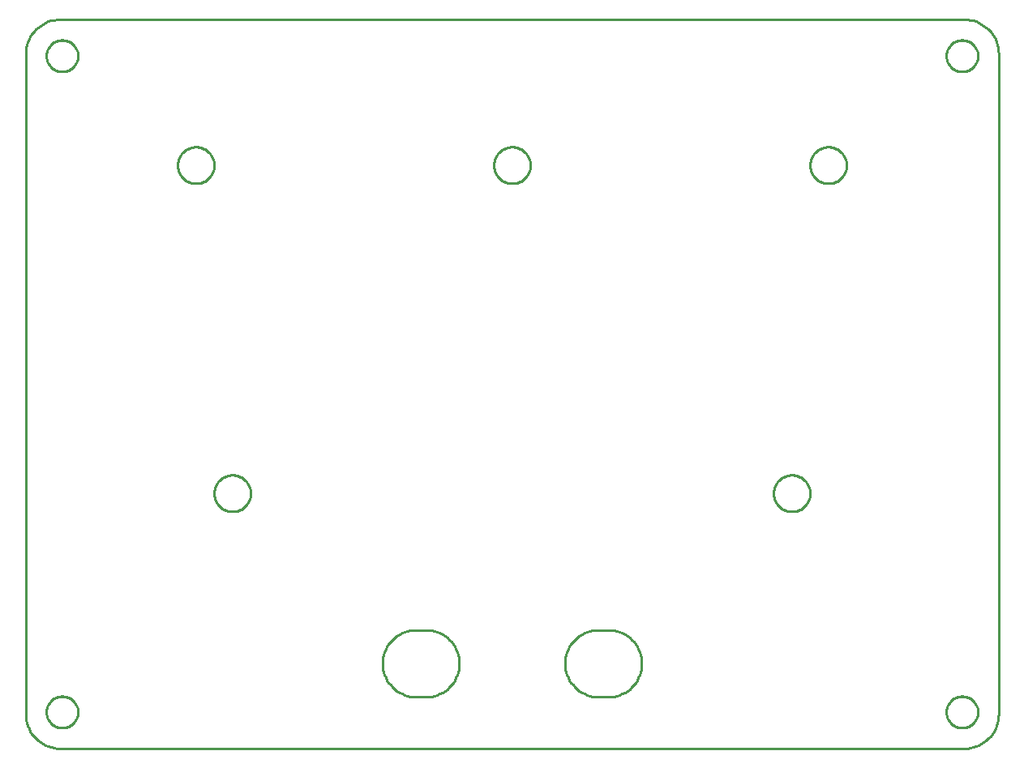
<source format=gbr>
G04 EAGLE Gerber RS-274X export*
G75*
%MOMM*%
%FSLAX34Y34*%
%LPD*%
%IN*%
%IPPOS*%
%AMOC8*
5,1,8,0,0,1.08239X$1,22.5*%
G01*
%ADD10C,0.254000*%


D10*
X0Y35921D02*
X137Y32790D01*
X546Y29683D01*
X1224Y26624D01*
X2166Y23635D01*
X3366Y20740D01*
X4813Y17961D01*
X6496Y15318D01*
X8404Y12831D01*
X10521Y10521D01*
X12831Y8404D01*
X15318Y6496D01*
X17961Y4813D01*
X20740Y3366D01*
X23635Y2166D01*
X26624Y1224D01*
X29683Y546D01*
X32790Y137D01*
X35921Y0D01*
X980079Y0D01*
X983210Y137D01*
X986317Y546D01*
X989376Y1224D01*
X992365Y2166D01*
X995260Y3366D01*
X998040Y4813D01*
X1000682Y6496D01*
X1003169Y8404D01*
X1005479Y10521D01*
X1007596Y12831D01*
X1009504Y15318D01*
X1011188Y17961D01*
X1012634Y20740D01*
X1013834Y23635D01*
X1014776Y26624D01*
X1015454Y29683D01*
X1015863Y32790D01*
X1016000Y35921D01*
X1016000Y726079D01*
X1015863Y729210D01*
X1015454Y732317D01*
X1014776Y735376D01*
X1013834Y738365D01*
X1012634Y741260D01*
X1011188Y744040D01*
X1009504Y746682D01*
X1007596Y749169D01*
X1005479Y751479D01*
X1003169Y753596D01*
X1000682Y755504D01*
X998040Y757188D01*
X995260Y758634D01*
X992365Y759834D01*
X989376Y760776D01*
X986317Y761454D01*
X983210Y761863D01*
X980079Y762000D01*
X35921Y762000D01*
X32790Y761863D01*
X29683Y761454D01*
X26624Y760776D01*
X23635Y759834D01*
X20740Y758634D01*
X17961Y757188D01*
X15318Y755504D01*
X12831Y753596D01*
X10521Y751479D01*
X8404Y749169D01*
X6496Y746682D01*
X4813Y744040D01*
X3366Y741260D01*
X2166Y738365D01*
X1224Y735376D01*
X546Y732317D01*
X137Y729210D01*
X0Y726079D01*
X0Y35921D01*
X563250Y88900D02*
X563383Y85850D01*
X563782Y82822D01*
X564443Y79841D01*
X565361Y76929D01*
X566529Y74108D01*
X567939Y71400D01*
X569580Y68825D01*
X571438Y66402D01*
X573501Y64151D01*
X575752Y62088D01*
X578175Y60230D01*
X580750Y58589D01*
X583458Y57179D01*
X586279Y56011D01*
X589191Y55093D01*
X592172Y54432D01*
X595200Y54033D01*
X598250Y53900D01*
X608250Y53900D01*
X611300Y54033D01*
X614328Y54432D01*
X617309Y55093D01*
X620221Y56011D01*
X623042Y57179D01*
X625750Y58589D01*
X628325Y60230D01*
X630748Y62088D01*
X632999Y64151D01*
X635062Y66402D01*
X636920Y68825D01*
X638561Y71400D01*
X639971Y74108D01*
X641139Y76929D01*
X642057Y79841D01*
X642718Y82822D01*
X643117Y85850D01*
X643250Y88900D01*
X643117Y91950D01*
X642718Y94978D01*
X642057Y97959D01*
X641139Y100871D01*
X639971Y103692D01*
X638561Y106400D01*
X636920Y108975D01*
X635062Y111398D01*
X632999Y113649D01*
X630748Y115712D01*
X628325Y117570D01*
X625750Y119211D01*
X623042Y120621D01*
X620221Y121789D01*
X617309Y122707D01*
X614328Y123368D01*
X611300Y123767D01*
X608250Y123900D01*
X598250Y123900D01*
X595200Y123767D01*
X592172Y123368D01*
X589191Y122707D01*
X586279Y121789D01*
X583458Y120621D01*
X580750Y119211D01*
X578175Y117570D01*
X575752Y115712D01*
X573501Y113649D01*
X571438Y111398D01*
X569580Y108975D01*
X567939Y106400D01*
X566529Y103692D01*
X565361Y100871D01*
X564443Y97959D01*
X563782Y94978D01*
X563383Y91950D01*
X563250Y88900D01*
X372750Y88900D02*
X372883Y85850D01*
X373282Y82822D01*
X373943Y79841D01*
X374861Y76929D01*
X376029Y74108D01*
X377439Y71400D01*
X379080Y68825D01*
X380938Y66402D01*
X383001Y64151D01*
X385252Y62088D01*
X387675Y60230D01*
X390250Y58589D01*
X392958Y57179D01*
X395779Y56011D01*
X398691Y55093D01*
X401672Y54432D01*
X404700Y54033D01*
X407750Y53900D01*
X417750Y53900D01*
X420800Y54033D01*
X423828Y54432D01*
X426809Y55093D01*
X429721Y56011D01*
X432542Y57179D01*
X435250Y58589D01*
X437825Y60230D01*
X440248Y62088D01*
X442499Y64151D01*
X444562Y66402D01*
X446420Y68825D01*
X448061Y71400D01*
X449471Y74108D01*
X450639Y76929D01*
X451557Y79841D01*
X452218Y82822D01*
X452617Y85850D01*
X452750Y88900D01*
X452617Y91950D01*
X452218Y94978D01*
X451557Y97959D01*
X450639Y100871D01*
X449471Y103692D01*
X448061Y106400D01*
X446420Y108975D01*
X444562Y111398D01*
X442499Y113649D01*
X440248Y115712D01*
X437825Y117570D01*
X435250Y119211D01*
X432542Y120621D01*
X429721Y121789D01*
X426809Y122707D01*
X423828Y123368D01*
X420800Y123767D01*
X417750Y123900D01*
X407750Y123900D01*
X404700Y123767D01*
X401672Y123368D01*
X398691Y122707D01*
X395779Y121789D01*
X392958Y120621D01*
X390250Y119211D01*
X387675Y117570D01*
X385252Y115712D01*
X383001Y113649D01*
X380938Y111398D01*
X379080Y108975D01*
X377439Y106400D01*
X376029Y103692D01*
X374861Y100871D01*
X373943Y97959D01*
X373282Y94978D01*
X372883Y91950D01*
X372750Y88900D01*
X196850Y609024D02*
X196781Y607875D01*
X196642Y606732D01*
X196434Y605600D01*
X196159Y604482D01*
X195816Y603383D01*
X195408Y602307D01*
X194935Y601257D01*
X194400Y600237D01*
X193805Y599252D01*
X193151Y598305D01*
X192441Y597398D01*
X191677Y596537D01*
X190863Y595723D01*
X190002Y594959D01*
X189095Y594249D01*
X188148Y593595D01*
X187163Y593000D01*
X186143Y592465D01*
X185093Y591992D01*
X184017Y591584D01*
X182918Y591241D01*
X181800Y590966D01*
X180668Y590758D01*
X179525Y590620D01*
X178376Y590550D01*
X177224Y590550D01*
X176075Y590620D01*
X174932Y590758D01*
X173800Y590966D01*
X172682Y591241D01*
X171583Y591584D01*
X170507Y591992D01*
X169457Y592465D01*
X168437Y593000D01*
X167452Y593595D01*
X166505Y594249D01*
X165598Y594959D01*
X164737Y595723D01*
X163923Y596537D01*
X163159Y597398D01*
X162449Y598305D01*
X161795Y599252D01*
X161200Y600237D01*
X160665Y601257D01*
X160192Y602307D01*
X159784Y603383D01*
X159441Y604482D01*
X159166Y605600D01*
X158958Y606732D01*
X158820Y607875D01*
X158750Y609024D01*
X158750Y610176D01*
X158820Y611325D01*
X158958Y612468D01*
X159166Y613600D01*
X159441Y614718D01*
X159784Y615817D01*
X160192Y616893D01*
X160665Y617943D01*
X161200Y618963D01*
X161795Y619948D01*
X162449Y620895D01*
X163159Y621802D01*
X163923Y622663D01*
X164737Y623477D01*
X165598Y624241D01*
X166505Y624951D01*
X167452Y625605D01*
X168437Y626200D01*
X169457Y626735D01*
X170507Y627208D01*
X171583Y627616D01*
X172682Y627959D01*
X173800Y628234D01*
X174932Y628442D01*
X176075Y628581D01*
X177224Y628650D01*
X178376Y628650D01*
X179525Y628581D01*
X180668Y628442D01*
X181800Y628234D01*
X182918Y627959D01*
X184017Y627616D01*
X185093Y627208D01*
X186143Y626735D01*
X187163Y626200D01*
X188148Y625605D01*
X189095Y624951D01*
X190002Y624241D01*
X190863Y623477D01*
X191677Y622663D01*
X192441Y621802D01*
X193151Y620895D01*
X193805Y619948D01*
X194400Y618963D01*
X194935Y617943D01*
X195408Y616893D01*
X195816Y615817D01*
X196159Y614718D01*
X196434Y613600D01*
X196642Y612468D01*
X196781Y611325D01*
X196850Y610176D01*
X196850Y609024D01*
X527050Y609024D02*
X526981Y607875D01*
X526842Y606732D01*
X526634Y605600D01*
X526359Y604482D01*
X526016Y603383D01*
X525608Y602307D01*
X525135Y601257D01*
X524600Y600237D01*
X524005Y599252D01*
X523351Y598305D01*
X522641Y597398D01*
X521877Y596537D01*
X521063Y595723D01*
X520202Y594959D01*
X519295Y594249D01*
X518348Y593595D01*
X517363Y593000D01*
X516343Y592465D01*
X515293Y591992D01*
X514217Y591584D01*
X513118Y591241D01*
X512000Y590966D01*
X510868Y590758D01*
X509725Y590620D01*
X508576Y590550D01*
X507424Y590550D01*
X506275Y590620D01*
X505132Y590758D01*
X504000Y590966D01*
X502882Y591241D01*
X501783Y591584D01*
X500707Y591992D01*
X499657Y592465D01*
X498637Y593000D01*
X497652Y593595D01*
X496705Y594249D01*
X495798Y594959D01*
X494937Y595723D01*
X494123Y596537D01*
X493359Y597398D01*
X492649Y598305D01*
X491995Y599252D01*
X491400Y600237D01*
X490865Y601257D01*
X490392Y602307D01*
X489984Y603383D01*
X489641Y604482D01*
X489366Y605600D01*
X489158Y606732D01*
X489020Y607875D01*
X488950Y609024D01*
X488950Y610176D01*
X489020Y611325D01*
X489158Y612468D01*
X489366Y613600D01*
X489641Y614718D01*
X489984Y615817D01*
X490392Y616893D01*
X490865Y617943D01*
X491400Y618963D01*
X491995Y619948D01*
X492649Y620895D01*
X493359Y621802D01*
X494123Y622663D01*
X494937Y623477D01*
X495798Y624241D01*
X496705Y624951D01*
X497652Y625605D01*
X498637Y626200D01*
X499657Y626735D01*
X500707Y627208D01*
X501783Y627616D01*
X502882Y627959D01*
X504000Y628234D01*
X505132Y628442D01*
X506275Y628581D01*
X507424Y628650D01*
X508576Y628650D01*
X509725Y628581D01*
X510868Y628442D01*
X512000Y628234D01*
X513118Y627959D01*
X514217Y627616D01*
X515293Y627208D01*
X516343Y626735D01*
X517363Y626200D01*
X518348Y625605D01*
X519295Y624951D01*
X520202Y624241D01*
X521063Y623477D01*
X521877Y622663D01*
X522641Y621802D01*
X523351Y620895D01*
X524005Y619948D01*
X524600Y618963D01*
X525135Y617943D01*
X525608Y616893D01*
X526016Y615817D01*
X526359Y614718D01*
X526634Y613600D01*
X526842Y612468D01*
X526981Y611325D01*
X527050Y610176D01*
X527050Y609024D01*
X857250Y609024D02*
X857181Y607875D01*
X857042Y606732D01*
X856834Y605600D01*
X856559Y604482D01*
X856216Y603383D01*
X855808Y602307D01*
X855335Y601257D01*
X854800Y600237D01*
X854205Y599252D01*
X853551Y598305D01*
X852841Y597398D01*
X852077Y596537D01*
X851263Y595723D01*
X850402Y594959D01*
X849495Y594249D01*
X848548Y593595D01*
X847563Y593000D01*
X846543Y592465D01*
X845493Y591992D01*
X844417Y591584D01*
X843318Y591241D01*
X842200Y590966D01*
X841068Y590758D01*
X839925Y590620D01*
X838776Y590550D01*
X837624Y590550D01*
X836475Y590620D01*
X835332Y590758D01*
X834200Y590966D01*
X833082Y591241D01*
X831983Y591584D01*
X830907Y591992D01*
X829857Y592465D01*
X828837Y593000D01*
X827852Y593595D01*
X826905Y594249D01*
X825998Y594959D01*
X825137Y595723D01*
X824323Y596537D01*
X823559Y597398D01*
X822849Y598305D01*
X822195Y599252D01*
X821600Y600237D01*
X821065Y601257D01*
X820592Y602307D01*
X820184Y603383D01*
X819841Y604482D01*
X819566Y605600D01*
X819358Y606732D01*
X819220Y607875D01*
X819150Y609024D01*
X819150Y610176D01*
X819220Y611325D01*
X819358Y612468D01*
X819566Y613600D01*
X819841Y614718D01*
X820184Y615817D01*
X820592Y616893D01*
X821065Y617943D01*
X821600Y618963D01*
X822195Y619948D01*
X822849Y620895D01*
X823559Y621802D01*
X824323Y622663D01*
X825137Y623477D01*
X825998Y624241D01*
X826905Y624951D01*
X827852Y625605D01*
X828837Y626200D01*
X829857Y626735D01*
X830907Y627208D01*
X831983Y627616D01*
X833082Y627959D01*
X834200Y628234D01*
X835332Y628442D01*
X836475Y628581D01*
X837624Y628650D01*
X838776Y628650D01*
X839925Y628581D01*
X841068Y628442D01*
X842200Y628234D01*
X843318Y627959D01*
X844417Y627616D01*
X845493Y627208D01*
X846543Y626735D01*
X847563Y626200D01*
X848548Y625605D01*
X849495Y624951D01*
X850402Y624241D01*
X851263Y623477D01*
X852077Y622663D01*
X852841Y621802D01*
X853551Y620895D01*
X854205Y619948D01*
X854800Y618963D01*
X855335Y617943D01*
X855808Y616893D01*
X856216Y615817D01*
X856559Y614718D01*
X856834Y613600D01*
X857042Y612468D01*
X857181Y611325D01*
X857250Y610176D01*
X857250Y609024D01*
X819150Y266124D02*
X819081Y264975D01*
X818942Y263832D01*
X818734Y262700D01*
X818459Y261582D01*
X818116Y260483D01*
X817708Y259407D01*
X817235Y258357D01*
X816700Y257337D01*
X816105Y256352D01*
X815451Y255405D01*
X814741Y254498D01*
X813977Y253637D01*
X813163Y252823D01*
X812302Y252059D01*
X811395Y251349D01*
X810448Y250695D01*
X809463Y250100D01*
X808443Y249565D01*
X807393Y249092D01*
X806317Y248684D01*
X805218Y248341D01*
X804100Y248066D01*
X802968Y247858D01*
X801825Y247720D01*
X800676Y247650D01*
X799524Y247650D01*
X798375Y247720D01*
X797232Y247858D01*
X796100Y248066D01*
X794982Y248341D01*
X793883Y248684D01*
X792807Y249092D01*
X791757Y249565D01*
X790737Y250100D01*
X789752Y250695D01*
X788805Y251349D01*
X787898Y252059D01*
X787037Y252823D01*
X786223Y253637D01*
X785459Y254498D01*
X784749Y255405D01*
X784095Y256352D01*
X783500Y257337D01*
X782965Y258357D01*
X782492Y259407D01*
X782084Y260483D01*
X781741Y261582D01*
X781466Y262700D01*
X781258Y263832D01*
X781120Y264975D01*
X781050Y266124D01*
X781050Y267276D01*
X781120Y268425D01*
X781258Y269568D01*
X781466Y270700D01*
X781741Y271818D01*
X782084Y272917D01*
X782492Y273993D01*
X782965Y275043D01*
X783500Y276063D01*
X784095Y277048D01*
X784749Y277995D01*
X785459Y278902D01*
X786223Y279763D01*
X787037Y280577D01*
X787898Y281341D01*
X788805Y282051D01*
X789752Y282705D01*
X790737Y283300D01*
X791757Y283835D01*
X792807Y284308D01*
X793883Y284716D01*
X794982Y285059D01*
X796100Y285334D01*
X797232Y285542D01*
X798375Y285681D01*
X799524Y285750D01*
X800676Y285750D01*
X801825Y285681D01*
X802968Y285542D01*
X804100Y285334D01*
X805218Y285059D01*
X806317Y284716D01*
X807393Y284308D01*
X808443Y283835D01*
X809463Y283300D01*
X810448Y282705D01*
X811395Y282051D01*
X812302Y281341D01*
X813163Y280577D01*
X813977Y279763D01*
X814741Y278902D01*
X815451Y277995D01*
X816105Y277048D01*
X816700Y276063D01*
X817235Y275043D01*
X817708Y273993D01*
X818116Y272917D01*
X818459Y271818D01*
X818734Y270700D01*
X818942Y269568D01*
X819081Y268425D01*
X819150Y267276D01*
X819150Y266124D01*
X234950Y266124D02*
X234881Y264975D01*
X234742Y263832D01*
X234534Y262700D01*
X234259Y261582D01*
X233916Y260483D01*
X233508Y259407D01*
X233035Y258357D01*
X232500Y257337D01*
X231905Y256352D01*
X231251Y255405D01*
X230541Y254498D01*
X229777Y253637D01*
X228963Y252823D01*
X228102Y252059D01*
X227195Y251349D01*
X226248Y250695D01*
X225263Y250100D01*
X224243Y249565D01*
X223193Y249092D01*
X222117Y248684D01*
X221018Y248341D01*
X219900Y248066D01*
X218768Y247858D01*
X217625Y247720D01*
X216476Y247650D01*
X215324Y247650D01*
X214175Y247720D01*
X213032Y247858D01*
X211900Y248066D01*
X210782Y248341D01*
X209683Y248684D01*
X208607Y249092D01*
X207557Y249565D01*
X206537Y250100D01*
X205552Y250695D01*
X204605Y251349D01*
X203698Y252059D01*
X202837Y252823D01*
X202023Y253637D01*
X201259Y254498D01*
X200549Y255405D01*
X199895Y256352D01*
X199300Y257337D01*
X198765Y258357D01*
X198292Y259407D01*
X197884Y260483D01*
X197541Y261582D01*
X197266Y262700D01*
X197058Y263832D01*
X196920Y264975D01*
X196850Y266124D01*
X196850Y267276D01*
X196920Y268425D01*
X197058Y269568D01*
X197266Y270700D01*
X197541Y271818D01*
X197884Y272917D01*
X198292Y273993D01*
X198765Y275043D01*
X199300Y276063D01*
X199895Y277048D01*
X200549Y277995D01*
X201259Y278902D01*
X202023Y279763D01*
X202837Y280577D01*
X203698Y281341D01*
X204605Y282051D01*
X205552Y282705D01*
X206537Y283300D01*
X207557Y283835D01*
X208607Y284308D01*
X209683Y284716D01*
X210782Y285059D01*
X211900Y285334D01*
X213032Y285542D01*
X214175Y285681D01*
X215324Y285750D01*
X216476Y285750D01*
X217625Y285681D01*
X218768Y285542D01*
X219900Y285334D01*
X221018Y285059D01*
X222117Y284716D01*
X223193Y284308D01*
X224243Y283835D01*
X225263Y283300D01*
X226248Y282705D01*
X227195Y282051D01*
X228102Y281341D01*
X228963Y280577D01*
X229777Y279763D01*
X230541Y278902D01*
X231251Y277995D01*
X231905Y277048D01*
X232500Y276063D01*
X233035Y275043D01*
X233508Y273993D01*
X233916Y272917D01*
X234259Y271818D01*
X234534Y270700D01*
X234742Y269568D01*
X234881Y268425D01*
X234950Y267276D01*
X234950Y266124D01*
X54610Y723360D02*
X54539Y722281D01*
X54398Y721209D01*
X54187Y720149D01*
X53908Y719105D01*
X53560Y718081D01*
X53146Y717083D01*
X52668Y716113D01*
X52128Y715177D01*
X51527Y714278D01*
X50869Y713421D01*
X50157Y712608D01*
X49392Y711844D01*
X48579Y711131D01*
X47722Y710473D01*
X46823Y709872D01*
X45887Y709332D01*
X44917Y708854D01*
X43919Y708440D01*
X42895Y708092D01*
X41851Y707813D01*
X40791Y707602D01*
X39719Y707461D01*
X38640Y707390D01*
X37560Y707390D01*
X36481Y707461D01*
X35409Y707602D01*
X34349Y707813D01*
X33305Y708092D01*
X32281Y708440D01*
X31283Y708854D01*
X30313Y709332D01*
X29377Y709872D01*
X28478Y710473D01*
X27621Y711131D01*
X26808Y711844D01*
X26044Y712608D01*
X25331Y713421D01*
X24673Y714278D01*
X24072Y715177D01*
X23532Y716113D01*
X23054Y717083D01*
X22640Y718081D01*
X22292Y719105D01*
X22013Y720149D01*
X21802Y721209D01*
X21661Y722281D01*
X21590Y723360D01*
X21590Y724440D01*
X21661Y725519D01*
X21802Y726591D01*
X22013Y727651D01*
X22292Y728695D01*
X22640Y729719D01*
X23054Y730717D01*
X23532Y731687D01*
X24072Y732623D01*
X24673Y733522D01*
X25331Y734379D01*
X26044Y735192D01*
X26808Y735957D01*
X27621Y736669D01*
X28478Y737327D01*
X29377Y737928D01*
X30313Y738468D01*
X31283Y738946D01*
X32281Y739360D01*
X33305Y739708D01*
X34349Y739987D01*
X35409Y740198D01*
X36481Y740339D01*
X37560Y740410D01*
X38640Y740410D01*
X39719Y740339D01*
X40791Y740198D01*
X41851Y739987D01*
X42895Y739708D01*
X43919Y739360D01*
X44917Y738946D01*
X45887Y738468D01*
X46823Y737928D01*
X47722Y737327D01*
X48579Y736669D01*
X49392Y735957D01*
X50157Y735192D01*
X50869Y734379D01*
X51527Y733522D01*
X52128Y732623D01*
X52668Y731687D01*
X53146Y730717D01*
X53560Y729719D01*
X53908Y728695D01*
X54187Y727651D01*
X54398Y726591D01*
X54539Y725519D01*
X54610Y724440D01*
X54610Y723360D01*
X54610Y37560D02*
X54539Y36481D01*
X54398Y35409D01*
X54187Y34349D01*
X53908Y33305D01*
X53560Y32281D01*
X53146Y31283D01*
X52668Y30313D01*
X52128Y29377D01*
X51527Y28478D01*
X50869Y27621D01*
X50157Y26808D01*
X49392Y26044D01*
X48579Y25331D01*
X47722Y24673D01*
X46823Y24072D01*
X45887Y23532D01*
X44917Y23054D01*
X43919Y22640D01*
X42895Y22292D01*
X41851Y22013D01*
X40791Y21802D01*
X39719Y21661D01*
X38640Y21590D01*
X37560Y21590D01*
X36481Y21661D01*
X35409Y21802D01*
X34349Y22013D01*
X33305Y22292D01*
X32281Y22640D01*
X31283Y23054D01*
X30313Y23532D01*
X29377Y24072D01*
X28478Y24673D01*
X27621Y25331D01*
X26808Y26044D01*
X26044Y26808D01*
X25331Y27621D01*
X24673Y28478D01*
X24072Y29377D01*
X23532Y30313D01*
X23054Y31283D01*
X22640Y32281D01*
X22292Y33305D01*
X22013Y34349D01*
X21802Y35409D01*
X21661Y36481D01*
X21590Y37560D01*
X21590Y38640D01*
X21661Y39719D01*
X21802Y40791D01*
X22013Y41851D01*
X22292Y42895D01*
X22640Y43919D01*
X23054Y44917D01*
X23532Y45887D01*
X24072Y46823D01*
X24673Y47722D01*
X25331Y48579D01*
X26044Y49392D01*
X26808Y50157D01*
X27621Y50869D01*
X28478Y51527D01*
X29377Y52128D01*
X30313Y52668D01*
X31283Y53146D01*
X32281Y53560D01*
X33305Y53908D01*
X34349Y54187D01*
X35409Y54398D01*
X36481Y54539D01*
X37560Y54610D01*
X38640Y54610D01*
X39719Y54539D01*
X40791Y54398D01*
X41851Y54187D01*
X42895Y53908D01*
X43919Y53560D01*
X44917Y53146D01*
X45887Y52668D01*
X46823Y52128D01*
X47722Y51527D01*
X48579Y50869D01*
X49392Y50157D01*
X50157Y49392D01*
X50869Y48579D01*
X51527Y47722D01*
X52128Y46823D01*
X52668Y45887D01*
X53146Y44917D01*
X53560Y43919D01*
X53908Y42895D01*
X54187Y41851D01*
X54398Y40791D01*
X54539Y39719D01*
X54610Y38640D01*
X54610Y37560D01*
X994410Y37560D02*
X994339Y36481D01*
X994198Y35409D01*
X993987Y34349D01*
X993708Y33305D01*
X993360Y32281D01*
X992946Y31283D01*
X992468Y30313D01*
X991928Y29377D01*
X991327Y28478D01*
X990669Y27621D01*
X989957Y26808D01*
X989192Y26044D01*
X988379Y25331D01*
X987522Y24673D01*
X986623Y24072D01*
X985687Y23532D01*
X984717Y23054D01*
X983719Y22640D01*
X982695Y22292D01*
X981651Y22013D01*
X980591Y21802D01*
X979519Y21661D01*
X978440Y21590D01*
X977360Y21590D01*
X976281Y21661D01*
X975209Y21802D01*
X974149Y22013D01*
X973105Y22292D01*
X972081Y22640D01*
X971083Y23054D01*
X970113Y23532D01*
X969177Y24072D01*
X968278Y24673D01*
X967421Y25331D01*
X966608Y26044D01*
X965844Y26808D01*
X965131Y27621D01*
X964473Y28478D01*
X963872Y29377D01*
X963332Y30313D01*
X962854Y31283D01*
X962440Y32281D01*
X962092Y33305D01*
X961813Y34349D01*
X961602Y35409D01*
X961461Y36481D01*
X961390Y37560D01*
X961390Y38640D01*
X961461Y39719D01*
X961602Y40791D01*
X961813Y41851D01*
X962092Y42895D01*
X962440Y43919D01*
X962854Y44917D01*
X963332Y45887D01*
X963872Y46823D01*
X964473Y47722D01*
X965131Y48579D01*
X965844Y49392D01*
X966608Y50157D01*
X967421Y50869D01*
X968278Y51527D01*
X969177Y52128D01*
X970113Y52668D01*
X971083Y53146D01*
X972081Y53560D01*
X973105Y53908D01*
X974149Y54187D01*
X975209Y54398D01*
X976281Y54539D01*
X977360Y54610D01*
X978440Y54610D01*
X979519Y54539D01*
X980591Y54398D01*
X981651Y54187D01*
X982695Y53908D01*
X983719Y53560D01*
X984717Y53146D01*
X985687Y52668D01*
X986623Y52128D01*
X987522Y51527D01*
X988379Y50869D01*
X989192Y50157D01*
X989957Y49392D01*
X990669Y48579D01*
X991327Y47722D01*
X991928Y46823D01*
X992468Y45887D01*
X992946Y44917D01*
X993360Y43919D01*
X993708Y42895D01*
X993987Y41851D01*
X994198Y40791D01*
X994339Y39719D01*
X994410Y38640D01*
X994410Y37560D01*
X994410Y723360D02*
X994339Y722281D01*
X994198Y721209D01*
X993987Y720149D01*
X993708Y719105D01*
X993360Y718081D01*
X992946Y717083D01*
X992468Y716113D01*
X991928Y715177D01*
X991327Y714278D01*
X990669Y713421D01*
X989957Y712608D01*
X989192Y711844D01*
X988379Y711131D01*
X987522Y710473D01*
X986623Y709872D01*
X985687Y709332D01*
X984717Y708854D01*
X983719Y708440D01*
X982695Y708092D01*
X981651Y707813D01*
X980591Y707602D01*
X979519Y707461D01*
X978440Y707390D01*
X977360Y707390D01*
X976281Y707461D01*
X975209Y707602D01*
X974149Y707813D01*
X973105Y708092D01*
X972081Y708440D01*
X971083Y708854D01*
X970113Y709332D01*
X969177Y709872D01*
X968278Y710473D01*
X967421Y711131D01*
X966608Y711844D01*
X965844Y712608D01*
X965131Y713421D01*
X964473Y714278D01*
X963872Y715177D01*
X963332Y716113D01*
X962854Y717083D01*
X962440Y718081D01*
X962092Y719105D01*
X961813Y720149D01*
X961602Y721209D01*
X961461Y722281D01*
X961390Y723360D01*
X961390Y724440D01*
X961461Y725519D01*
X961602Y726591D01*
X961813Y727651D01*
X962092Y728695D01*
X962440Y729719D01*
X962854Y730717D01*
X963332Y731687D01*
X963872Y732623D01*
X964473Y733522D01*
X965131Y734379D01*
X965844Y735192D01*
X966608Y735957D01*
X967421Y736669D01*
X968278Y737327D01*
X969177Y737928D01*
X970113Y738468D01*
X971083Y738946D01*
X972081Y739360D01*
X973105Y739708D01*
X974149Y739987D01*
X975209Y740198D01*
X976281Y740339D01*
X977360Y740410D01*
X978440Y740410D01*
X979519Y740339D01*
X980591Y740198D01*
X981651Y739987D01*
X982695Y739708D01*
X983719Y739360D01*
X984717Y738946D01*
X985687Y738468D01*
X986623Y737928D01*
X987522Y737327D01*
X988379Y736669D01*
X989192Y735957D01*
X989957Y735192D01*
X990669Y734379D01*
X991327Y733522D01*
X991928Y732623D01*
X992468Y731687D01*
X992946Y730717D01*
X993360Y729719D01*
X993708Y728695D01*
X993987Y727651D01*
X994198Y726591D01*
X994339Y725519D01*
X994410Y724440D01*
X994410Y723360D01*
M02*

</source>
